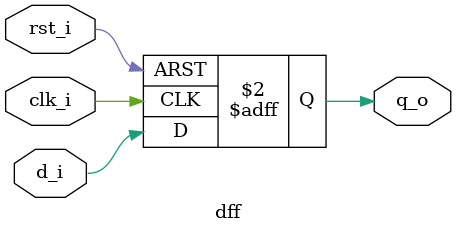
<source format=sv>
module dff #(
    parameter int WIDTH = 1
)(
  input logic clk_i,
  input logic rst_i,
  input logic [WIDTH-1:0]d_i,
  output logic [WIDTH-1:0]q_o  
);


always @(posedge clk_i or posedge rst_i) begin
    if (rst_i) begin
        q_o <= 1'b0; 
    end else begin
        q_o  <= d_i;
    end

end


endmodule: dff
</source>
